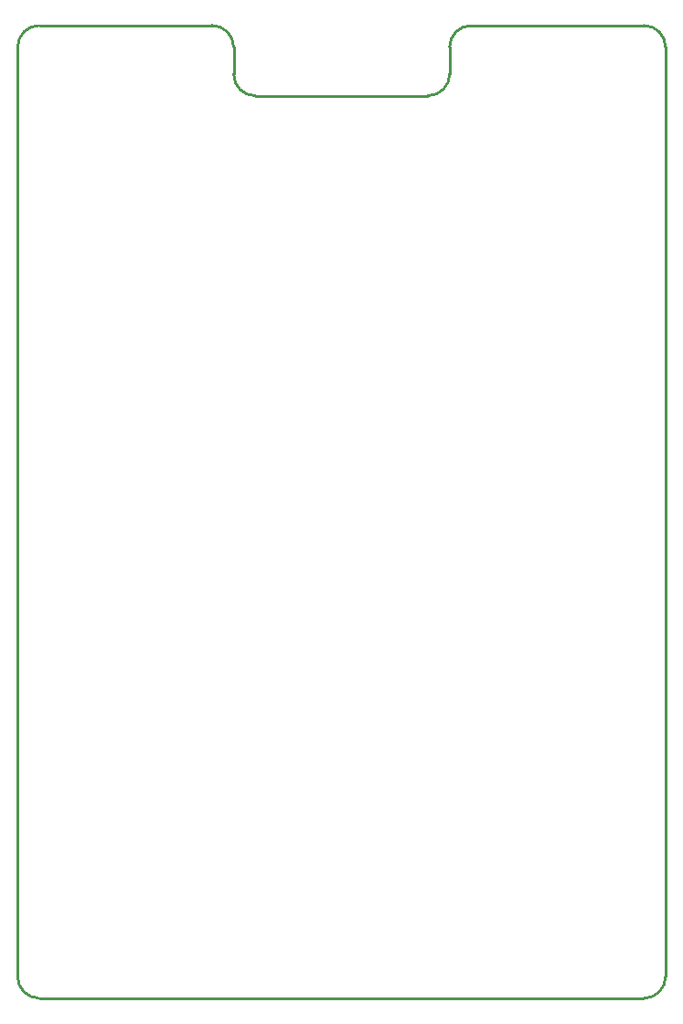
<source format=gbr>
%TF.GenerationSoftware,KiCad,Pcbnew,7.0.9-7.0.9~ubuntu22.04.1*%
%TF.CreationDate,2024-03-05T16:37:04+02:00*%
%TF.ProjectId,ESP32-PoE2_Rev_B,45535033-322d-4506-9f45-325f5265765f,B*%
%TF.SameCoordinates,PX4c4b3ffPYa21fe81*%
%TF.FileFunction,Profile,NP*%
%FSLAX46Y46*%
G04 Gerber Fmt 4.6, Leading zero omitted, Abs format (unit mm)*
G04 Created by KiCad (PCBNEW 7.0.9-7.0.9~ubuntu22.04.1) date 2024-03-05 16:37:04*
%MOMM*%
%LPD*%
G01*
G04 APERTURE LIST*
%TA.AperFunction,Profile*%
%ADD10C,0.254000*%
%TD*%
G04 APERTURE END LIST*
D10*
X60000002Y2000001D02*
X60000002Y88000001D01*
X2000001Y1D02*
X58000001Y0D01*
X42000001Y90000001D02*
X58000001Y90000002D01*
X40000002Y85500002D02*
X40000001Y88000001D01*
X20000002Y85500003D02*
G75*
G03*
X22000001Y83500002I1999999J-2D01*
G01*
X20000002Y88000001D02*
G75*
G03*
X18000001Y90000002I-2000001J0D01*
G01*
X2000001Y90000002D02*
X18000001Y90000002D01*
X60000002Y88000001D02*
G75*
G03*
X58000001Y90000002I-2000001J0D01*
G01*
X0Y2000002D02*
X0Y88000001D01*
X42000001Y90000001D02*
G75*
G03*
X40000001Y88000001I0J-2000000D01*
G01*
X20000002Y88000001D02*
X20000000Y85500003D01*
X58000001Y0D02*
G75*
G03*
X60000002Y2000001I0J2000001D01*
G01*
X2000001Y90000002D02*
G75*
G03*
X0Y88000001I0J-2000001D01*
G01*
X38000001Y83500000D02*
G75*
G03*
X40000002Y85500002I0J2000001D01*
G01*
X1Y2000002D02*
G75*
G03*
X2000001Y1I2000000J-1D01*
G01*
X22000001Y83500002D02*
X38000001Y83500001D01*
M02*

</source>
